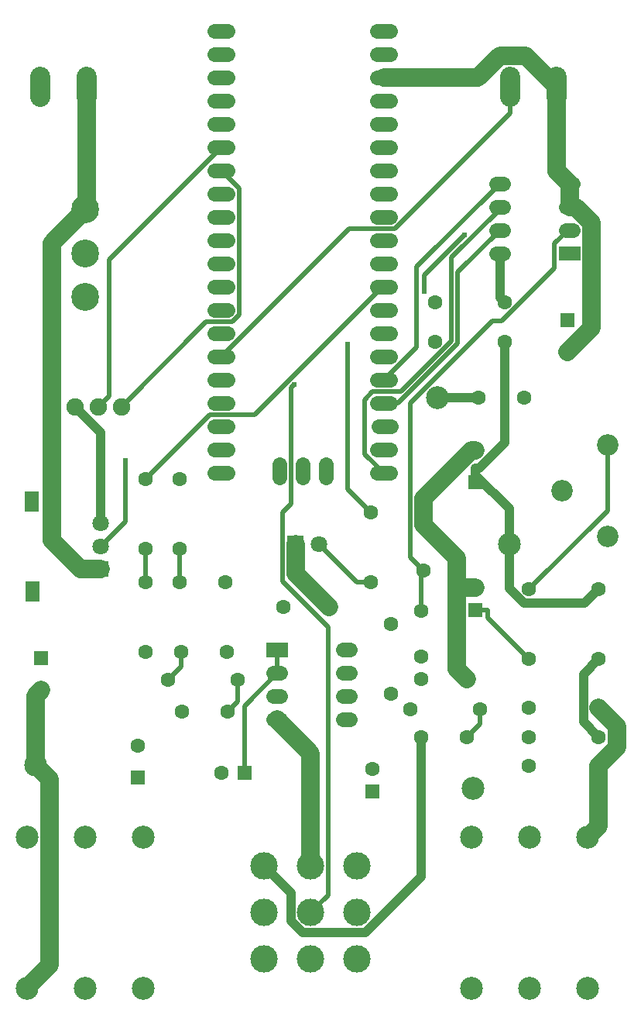
<source format=gtl>
G04 Layer: TopLayer*
G04 EasyEDA v6.4.19.5, 2021-05-01T16:54:04+01:00*
G04 546d7772027e45709b81d84d5bd5c9e2,16c567bfc68a422cbc3e568a0f495cef,10*
G04 Gerber Generator version 0.2*
G04 Scale: 100 percent, Rotated: No, Reflected: No *
G04 Dimensions in millimeters *
G04 leading zeros omitted , absolute positions ,4 integer and 5 decimal *
%FSLAX45Y45*%
%MOMM*%

%ADD11C,0.5000*%
%ADD12C,2.0000*%
%ADD13C,1.0000*%
%ADD14C,0.6100*%
%ADD15C,2.4999*%
%ADD16C,1.6000*%
%ADD17R,1.8000X1.8000*%
%ADD18C,1.8000*%
%ADD19R,1.6000X1.6000*%
%ADD20C,3.0000*%
%ADD21C,2.4994*%
%ADD22R,2.4000X1.6000*%
%ADD23C,1.9000*%
%ADD24C,3.0455*%
%ADD25C,2.3400*%
%ADD26R,1.5000X2.2000*%
%ADD27C,1.5999*%
%ADD28C,2.2000*%

%LPD*%
D11*
X5217922Y10337545D02*
G01*
X5217922Y10515600D01*
X5661152Y10958829D01*
X4775200Y9372600D02*
G01*
X5134102Y9731502D01*
X5134102Y10607802D01*
X6045200Y11518900D01*
X6045200Y11010900D02*
G01*
X5583681Y10549128D01*
X5583681Y9775189D01*
X4927091Y9118600D01*
X4775200Y9118600D01*
X4635500Y7162800D02*
G01*
X4483100Y7162800D01*
X4064000Y7581900D01*
X5908547Y6860031D02*
G01*
X5908547Y6778752D01*
X6362700Y6324600D01*
X5778500Y6860031D02*
G01*
X5908547Y6860031D01*
X7222236Y8665971D02*
G01*
X7222236Y7946136D01*
X6362700Y7086600D01*
X4635500Y7924800D02*
G01*
X4380229Y8180070D01*
X4380229Y9767570D01*
X6045200Y11264900D02*
G01*
X6045200Y11241531D01*
X5513324Y10709402D01*
X5513324Y9798558D01*
X4960365Y9245600D01*
X4654550Y9245600D01*
X4567174Y9158224D01*
X4567174Y8564626D01*
X4775200Y8356600D01*
X2997200Y11912600D02*
G01*
X1768855Y10684002D01*
X1768855Y9198102D01*
X1651000Y9080500D01*
X2997200Y11658600D02*
G01*
X3190747Y11465052D01*
X3190747Y10082529D01*
X3116072Y10007600D01*
X2832100Y10007600D01*
X1905000Y9080500D01*
D12*
X1526031Y12573000D02*
G01*
X1526031Y11249152D01*
X1511300Y11234420D01*
X4775200Y12674600D02*
G01*
X5805931Y12674600D01*
X6046470Y12915137D01*
X6327393Y12915137D01*
X6669531Y12573000D01*
X1511300Y11234420D02*
G01*
X1143000Y10866120D01*
X1143000Y9080500D01*
X1143000Y9080500D02*
G01*
X1143000Y7625587D01*
X1462023Y7306563D01*
X1677162Y7306563D02*
G01*
X1462023Y7306563D01*
X3606800Y5664200D02*
G01*
X3975100Y5295900D01*
X3975100Y4064000D01*
X6669531Y12573000D02*
G01*
X6669531Y11656568D01*
X6807200Y11518900D01*
X6807200Y11518900D02*
G01*
X6807200Y11264900D01*
X6807200Y11264900D02*
G01*
X6870700Y11264900D01*
X7043420Y11092179D01*
X7043420Y9941813D01*
X6781800Y9680194D01*
X7124700Y5156200D02*
G01*
X7124700Y4501642D01*
X7004050Y4380992D01*
X4174236Y6896100D02*
G01*
X3810000Y7260336D01*
X3810000Y7581900D01*
X5778500Y8607805D02*
G01*
X5733541Y8607805D01*
X5207000Y8081263D01*
X5207000Y7793736D01*
X7124700Y5791200D02*
G01*
X7326884Y5589015D01*
X7326884Y5358384D01*
X7124700Y5156200D01*
X5778500Y7109968D02*
G01*
X5576824Y7109968D01*
X5207000Y7793736D02*
G01*
X5576824Y7423912D01*
X5576824Y7109968D01*
X5576824Y7109968D02*
G01*
X5576824Y6217412D01*
X5685536Y6108700D01*
X869950Y2731007D02*
G01*
X1118107Y2978912D01*
X1118107Y5015992D01*
X965200Y5168900D01*
X1028700Y5984494D02*
G01*
X965200Y5920994D01*
X965200Y5168900D01*
D13*
X3467100Y4064000D02*
G01*
X3758945Y3772154D01*
X3758945Y3463036D01*
X3885691Y3336289D01*
X4573524Y3336289D01*
X5185663Y3948429D01*
X5185663Y5473700D01*
D11*
X5829300Y5778500D02*
G01*
X5829300Y5617463D01*
X5685536Y5473700D01*
D13*
X7124700Y6324600D02*
G01*
X6958584Y6158484D01*
X6958584Y5639815D01*
X7124700Y5473700D01*
D11*
X2171700Y7162800D02*
G01*
X2170429Y7164070D01*
X2170429Y7531100D01*
X2544063Y7162800D02*
G01*
X2540000Y7166863D01*
X2540000Y7531100D01*
X5181600Y6853936D02*
G01*
X5181600Y7268463D01*
X5207000Y7293863D01*
X5207000Y7293863D02*
G01*
X5064759Y7435850D01*
X5064759Y9123679D01*
X5958586Y10017252D01*
X6067552Y10017252D01*
X6643370Y10593070D01*
X6643370Y10863579D01*
X6790690Y11010900D01*
X6807200Y11010900D01*
D13*
X6096000Y9791700D02*
G01*
X6096000Y8690355D01*
X5818631Y8412987D01*
X5778500Y8412987D01*
X5778500Y8257794D02*
G01*
X5778500Y8335263D01*
X5778500Y8335263D02*
G01*
X5778500Y8412987D01*
X5778500Y8335263D02*
G01*
X6146800Y7966963D01*
X6146800Y7581900D01*
X6146800Y7581900D02*
G01*
X6146800Y7094473D01*
X6306820Y6934454D01*
X6972554Y6934454D01*
X7124700Y7086600D01*
D11*
X3606800Y6172200D02*
G01*
X3606800Y6426200D01*
X3606800Y6172200D02*
G01*
X3249168Y5814568D01*
X3249168Y5080000D01*
X2170429Y8293100D02*
G01*
X2874518Y8997187D01*
X3367531Y8997187D01*
X4758690Y10388600D01*
X4775200Y10388600D01*
X2413000Y6096000D02*
G01*
X2556763Y6239763D01*
X2556763Y6400800D01*
X3069336Y5753100D02*
G01*
X3175000Y5858763D01*
X3175000Y6096000D01*
D13*
X1677162Y7806689D02*
G01*
X1677162Y8800337D01*
X1397000Y9080500D01*
X6096000Y10223500D02*
G01*
X6045200Y10274300D01*
X6045200Y10756900D01*
X5359400Y9182100D02*
G01*
X5807963Y9182100D01*
D11*
X1677415Y7556754D02*
G01*
X1946147Y7825486D01*
X1946147Y8491728D01*
X2997200Y9626600D02*
G01*
X4394200Y11023600D01*
X4897120Y11023600D01*
X6159500Y12285979D01*
X6159500Y12573000D01*
X3796029Y9324339D02*
G01*
X3765041Y9293352D01*
X3765041Y8024368D01*
X3664204Y7923784D01*
X3664204Y7175245D01*
X4166361Y6673087D01*
X4166361Y3747262D01*
X3975100Y3556000D01*
D15*
G01*
X6368999Y4380992D03*
G01*
X5733999Y2731007D03*
G01*
X7003999Y4380992D03*
G01*
X5733999Y4380992D03*
G01*
X7003999Y2731007D03*
G01*
X6368999Y2731007D03*
G01*
X1505000Y2731007D03*
G01*
X2140000Y4380992D03*
G01*
X870000Y2731007D03*
G01*
X2140000Y2731007D03*
G01*
X870000Y4380992D03*
G01*
X1505000Y4380992D03*
D16*
G01*
X5185613Y5473700D03*
G01*
X5685612Y5473700D03*
G01*
X6362700Y5473700D03*
G01*
X7124700Y5473700D03*
G01*
X5829300Y5778500D03*
G01*
X5067300Y5778500D03*
G01*
X2540000Y8293100D03*
G01*
X2540000Y7531100D03*
G01*
X5207000Y7293787D03*
G01*
X5207000Y7793786D03*
G01*
X7124700Y7086600D03*
G01*
X7124700Y6324600D03*
G01*
X6362700Y5791200D03*
G01*
X7124700Y5791200D03*
G36*
X3720000Y7671899D02*
G01*
X3899999Y7671899D01*
X3899999Y7491900D01*
X3720000Y7491900D01*
G37*
D18*
G01*
X4064000Y7581900D03*
D16*
G01*
X6362700Y6324600D03*
G01*
X6362700Y7086600D03*
G01*
X4851400Y5943600D03*
G01*
X4851400Y6705600D03*
D19*
G01*
X5778500Y6859981D03*
D16*
G01*
X5778500Y7109993D03*
D19*
G01*
X3249218Y5080000D03*
D16*
G01*
X2999181Y5080000D03*
D20*
G01*
X4483100Y4064000D03*
G01*
X3975100Y4064000D03*
G01*
X4483100Y3556000D03*
G01*
X3975100Y3556000D03*
G01*
X4483100Y3048000D03*
G01*
X3975100Y3048000D03*
G01*
X3467100Y3048000D03*
G01*
X3467100Y3556000D03*
G01*
X3467100Y4064000D03*
D19*
G01*
X4648200Y4878781D03*
D16*
G01*
X4648200Y5128793D03*
G01*
X4635500Y7924800D03*
G01*
X4635500Y7162800D03*
G01*
X5185613Y6108700D03*
G01*
X5685612Y6108700D03*
D21*
G01*
X5753100Y4914900D03*
G01*
X6146800Y7581900D03*
G01*
X965200Y5168900D03*
D16*
G01*
X2170353Y8293100D03*
G01*
X2170353Y7531100D03*
G01*
X2544013Y7162800D03*
G01*
X3043986Y7162800D03*
G01*
X2171700Y7162800D03*
G01*
X2171700Y6400800D03*
G01*
X2413000Y6096000D03*
G01*
X3175000Y6096000D03*
G01*
X3069386Y5753100D03*
G01*
X2569413Y5753100D03*
G01*
X3056686Y6400800D03*
G01*
X2556713Y6400800D03*
D19*
G01*
X1028700Y6334505D03*
D16*
G01*
X1028700Y5984494D03*
D19*
G01*
X2082800Y5031994D03*
D16*
G01*
X2082800Y5382005D03*
D19*
G01*
X5778500Y8257794D03*
D16*
G01*
X5778500Y8607805D03*
D19*
G01*
X6781800Y10030205D03*
D16*
G01*
X6781800Y9680194D03*
G01*
X3674313Y6896100D03*
G01*
X4174286Y6896100D03*
G01*
X5807913Y9182100D03*
G01*
X6307886Y9182100D03*
G01*
X5181600Y6854012D03*
G01*
X5181600Y6354013D03*
G01*
X6362700Y5156200D03*
G01*
X7124700Y5156200D03*
D21*
G01*
X5359400Y9182100D03*
D22*
G01*
X6807200Y10756900D03*
G36*
X3486800Y6506199D02*
G01*
X3726799Y6506199D01*
X3726799Y6346200D01*
X3486800Y6346200D01*
G37*
D23*
G01*
X1397000Y9080500D03*
G01*
X1143000Y9080500D03*
G01*
X1651000Y9080500D03*
G01*
X1905000Y9080500D03*
D24*
G01*
X1511300Y10279379D03*
G01*
X1511300Y10756900D03*
G01*
X1511300Y11234420D03*
D25*
G01*
X7222286Y8666099D03*
G01*
X6722287Y8166100D03*
G01*
X7222286Y7666101D03*
D17*
G01*
X1677111Y7306513D03*
D18*
G01*
X1677365Y7556677D03*
G01*
X1677111Y7806613D03*
D26*
G01*
X937260Y7066508D03*
G01*
X927100Y8046491D03*
D16*
G01*
X5334000Y9791700D03*
G01*
X6096000Y9791700D03*
G01*
X5334000Y10223500D03*
G01*
X6096000Y10223500D03*
D14*
G01*
X5217922Y10337545D03*
G01*
X5661152Y10958829D03*
G01*
X4380229Y9767570D03*
G01*
X1946147Y8491728D03*
G01*
X3796029Y9324339D03*
D16*
X6085199Y11518900D02*
G01*
X6005200Y11518900D01*
X6847199Y11010900D02*
G01*
X6767200Y11010900D01*
X6085199Y11264900D02*
G01*
X6005200Y11264900D01*
X6847199Y11264900D02*
G01*
X6767200Y11264900D01*
X6085199Y11010900D02*
G01*
X6005200Y11010900D01*
X6847199Y11518900D02*
G01*
X6767200Y11518900D01*
X6085199Y10756900D02*
G01*
X6005200Y10756900D01*
X4328800Y5664200D02*
G01*
X4408799Y5664200D01*
X3566800Y6172200D02*
G01*
X3646799Y6172200D01*
X4328800Y5918200D02*
G01*
X4408799Y5918200D01*
X3566800Y5918200D02*
G01*
X3646799Y5918200D01*
X4328800Y6172200D02*
G01*
X4408799Y6172200D01*
X3566800Y5664200D02*
G01*
X3646799Y5664200D01*
X4328800Y6426200D02*
G01*
X4408799Y6426200D01*
X4140200Y8309561D02*
G01*
X4140200Y8449561D01*
D27*
X3886200Y8309610D02*
G01*
X3886200Y8449563D01*
D16*
X3632200Y8309561D02*
G01*
X3632200Y8449561D01*
D27*
X2927197Y8356600D02*
G01*
X3067202Y8356600D01*
X2927197Y8610600D02*
G01*
X3067202Y8610600D01*
X2927197Y8864600D02*
G01*
X3067202Y8864600D01*
X2927197Y9118600D02*
G01*
X3067202Y9118600D01*
X2927197Y9372600D02*
G01*
X3067202Y9372600D01*
X2927197Y9626600D02*
G01*
X3067202Y9626600D01*
X2927197Y9880600D02*
G01*
X3067202Y9880600D01*
X2927197Y10134600D02*
G01*
X3067202Y10134600D01*
X2927197Y10388600D02*
G01*
X3067202Y10388600D01*
X2927197Y10642600D02*
G01*
X3067202Y10642600D01*
X2927197Y10896600D02*
G01*
X3067202Y10896600D01*
X2927197Y11150600D02*
G01*
X3067202Y11150600D01*
X2927197Y11404600D02*
G01*
X3067202Y11404600D01*
X2927197Y11658600D02*
G01*
X3067202Y11658600D01*
X2927197Y11912600D02*
G01*
X3067202Y11912600D01*
X2927197Y12166600D02*
G01*
X3067202Y12166600D01*
X2927197Y12420600D02*
G01*
X3067202Y12420600D01*
X2927197Y12674600D02*
G01*
X3067202Y12674600D01*
X2927197Y12928600D02*
G01*
X3067202Y12928600D01*
X2927197Y13182600D02*
G01*
X3067202Y13182600D01*
X4845202Y13182600D02*
G01*
X4705197Y13182600D01*
X4845202Y12928600D02*
G01*
X4705197Y12928600D01*
X4845202Y12674600D02*
G01*
X4705197Y12674600D01*
X4845202Y12420600D02*
G01*
X4705197Y12420600D01*
X4845202Y12166600D02*
G01*
X4705197Y12166600D01*
X4845202Y11912600D02*
G01*
X4705197Y11912600D01*
X4845202Y11658600D02*
G01*
X4705197Y11658600D01*
X4845202Y11404600D02*
G01*
X4705197Y11404600D01*
X4845202Y11150600D02*
G01*
X4705197Y11150600D01*
X4845202Y10896600D02*
G01*
X4705197Y10896600D01*
X4845202Y10642600D02*
G01*
X4705197Y10642600D01*
X4845202Y10388600D02*
G01*
X4705197Y10388600D01*
X4845202Y10134600D02*
G01*
X4705197Y10134600D01*
X4845202Y9880600D02*
G01*
X4705197Y9880600D01*
X4845202Y9626600D02*
G01*
X4705197Y9626600D01*
X4845202Y9372600D02*
G01*
X4705197Y9372600D01*
X4845202Y9118600D02*
G01*
X4705197Y9118600D01*
X4856200Y8864600D02*
G01*
X4716195Y8864600D01*
X4845202Y8610600D02*
G01*
X4705197Y8610600D01*
X4845202Y8356600D02*
G01*
X4705197Y8356600D01*
D28*
X1526031Y12463000D02*
G01*
X1526031Y12682999D01*
X1016000Y12463000D02*
G01*
X1016000Y12682999D01*
X6669531Y12463000D02*
G01*
X6669531Y12682999D01*
X6159500Y12463000D02*
G01*
X6159500Y12682999D01*
M02*

</source>
